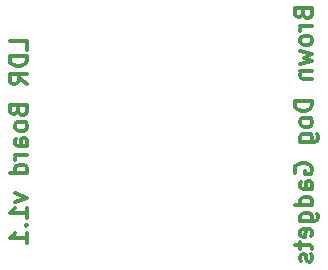
<source format=gbo>
%TF.GenerationSoftware,KiCad,Pcbnew,4.0.5-e0-6337~49~ubuntu16.04.1*%
%TF.CreationDate,2017-05-08T13:41:37-07:00*%
%TF.ProjectId,LDR-Board,4C44522D426F6172642E6B696361645F,1.0*%
%TF.FileFunction,Legend,Bot*%
%FSLAX46Y46*%
G04 Gerber Fmt 4.6, Leading zero omitted, Abs format (unit mm)*
G04 Created by KiCad (PCBNEW 4.0.5-e0-6337~49~ubuntu16.04.1) date Mon May  8 13:41:37 2017*
%MOMM*%
%LPD*%
G01*
G04 APERTURE LIST*
%ADD10C,0.350000*%
%ADD11C,0.300000*%
%ADD12R,2.184400X2.184400*%
%ADD13O,2.184400X2.184400*%
%ADD14C,2.184400*%
G04 APERTURE END LIST*
D10*
D11*
X31007857Y-53920714D02*
X31079286Y-54135000D01*
X31150714Y-54206428D01*
X31293571Y-54277857D01*
X31507857Y-54277857D01*
X31650714Y-54206428D01*
X31722143Y-54135000D01*
X31793571Y-53992142D01*
X31793571Y-53420714D01*
X30293571Y-53420714D01*
X30293571Y-53920714D01*
X30365000Y-54063571D01*
X30436429Y-54135000D01*
X30579286Y-54206428D01*
X30722143Y-54206428D01*
X30865000Y-54135000D01*
X30936429Y-54063571D01*
X31007857Y-53920714D01*
X31007857Y-53420714D01*
X31793571Y-54920714D02*
X30793571Y-54920714D01*
X31079286Y-54920714D02*
X30936429Y-54992142D01*
X30865000Y-55063571D01*
X30793571Y-55206428D01*
X30793571Y-55349285D01*
X31793571Y-56063571D02*
X31722143Y-55920713D01*
X31650714Y-55849285D01*
X31507857Y-55777856D01*
X31079286Y-55777856D01*
X30936429Y-55849285D01*
X30865000Y-55920713D01*
X30793571Y-56063571D01*
X30793571Y-56277856D01*
X30865000Y-56420713D01*
X30936429Y-56492142D01*
X31079286Y-56563571D01*
X31507857Y-56563571D01*
X31650714Y-56492142D01*
X31722143Y-56420713D01*
X31793571Y-56277856D01*
X31793571Y-56063571D01*
X30793571Y-57063571D02*
X31793571Y-57349285D01*
X31079286Y-57634999D01*
X31793571Y-57920714D01*
X30793571Y-58206428D01*
X30793571Y-58777857D02*
X31793571Y-58777857D01*
X30936429Y-58777857D02*
X30865000Y-58849285D01*
X30793571Y-58992143D01*
X30793571Y-59206428D01*
X30865000Y-59349285D01*
X31007857Y-59420714D01*
X31793571Y-59420714D01*
X31793571Y-61277857D02*
X30293571Y-61277857D01*
X30293571Y-61635000D01*
X30365000Y-61849285D01*
X30507857Y-61992143D01*
X30650714Y-62063571D01*
X30936429Y-62135000D01*
X31150714Y-62135000D01*
X31436429Y-62063571D01*
X31579286Y-61992143D01*
X31722143Y-61849285D01*
X31793571Y-61635000D01*
X31793571Y-61277857D01*
X31793571Y-62992143D02*
X31722143Y-62849285D01*
X31650714Y-62777857D01*
X31507857Y-62706428D01*
X31079286Y-62706428D01*
X30936429Y-62777857D01*
X30865000Y-62849285D01*
X30793571Y-62992143D01*
X30793571Y-63206428D01*
X30865000Y-63349285D01*
X30936429Y-63420714D01*
X31079286Y-63492143D01*
X31507857Y-63492143D01*
X31650714Y-63420714D01*
X31722143Y-63349285D01*
X31793571Y-63206428D01*
X31793571Y-62992143D01*
X30793571Y-64777857D02*
X32007857Y-64777857D01*
X32150714Y-64706428D01*
X32222143Y-64635000D01*
X32293571Y-64492143D01*
X32293571Y-64277857D01*
X32222143Y-64135000D01*
X31722143Y-64777857D02*
X31793571Y-64635000D01*
X31793571Y-64349286D01*
X31722143Y-64206428D01*
X31650714Y-64135000D01*
X31507857Y-64063571D01*
X31079286Y-64063571D01*
X30936429Y-64135000D01*
X30865000Y-64206428D01*
X30793571Y-64349286D01*
X30793571Y-64635000D01*
X30865000Y-64777857D01*
X30365000Y-67420714D02*
X30293571Y-67277857D01*
X30293571Y-67063571D01*
X30365000Y-66849286D01*
X30507857Y-66706428D01*
X30650714Y-66635000D01*
X30936429Y-66563571D01*
X31150714Y-66563571D01*
X31436429Y-66635000D01*
X31579286Y-66706428D01*
X31722143Y-66849286D01*
X31793571Y-67063571D01*
X31793571Y-67206428D01*
X31722143Y-67420714D01*
X31650714Y-67492143D01*
X31150714Y-67492143D01*
X31150714Y-67206428D01*
X31793571Y-68777857D02*
X31007857Y-68777857D01*
X30865000Y-68706428D01*
X30793571Y-68563571D01*
X30793571Y-68277857D01*
X30865000Y-68135000D01*
X31722143Y-68777857D02*
X31793571Y-68635000D01*
X31793571Y-68277857D01*
X31722143Y-68135000D01*
X31579286Y-68063571D01*
X31436429Y-68063571D01*
X31293571Y-68135000D01*
X31222143Y-68277857D01*
X31222143Y-68635000D01*
X31150714Y-68777857D01*
X31793571Y-70135000D02*
X30293571Y-70135000D01*
X31722143Y-70135000D02*
X31793571Y-69992143D01*
X31793571Y-69706429D01*
X31722143Y-69563571D01*
X31650714Y-69492143D01*
X31507857Y-69420714D01*
X31079286Y-69420714D01*
X30936429Y-69492143D01*
X30865000Y-69563571D01*
X30793571Y-69706429D01*
X30793571Y-69992143D01*
X30865000Y-70135000D01*
X30793571Y-71492143D02*
X32007857Y-71492143D01*
X32150714Y-71420714D01*
X32222143Y-71349286D01*
X32293571Y-71206429D01*
X32293571Y-70992143D01*
X32222143Y-70849286D01*
X31722143Y-71492143D02*
X31793571Y-71349286D01*
X31793571Y-71063572D01*
X31722143Y-70920714D01*
X31650714Y-70849286D01*
X31507857Y-70777857D01*
X31079286Y-70777857D01*
X30936429Y-70849286D01*
X30865000Y-70920714D01*
X30793571Y-71063572D01*
X30793571Y-71349286D01*
X30865000Y-71492143D01*
X31722143Y-72777857D02*
X31793571Y-72635000D01*
X31793571Y-72349286D01*
X31722143Y-72206429D01*
X31579286Y-72135000D01*
X31007857Y-72135000D01*
X30865000Y-72206429D01*
X30793571Y-72349286D01*
X30793571Y-72635000D01*
X30865000Y-72777857D01*
X31007857Y-72849286D01*
X31150714Y-72849286D01*
X31293571Y-72135000D01*
X30793571Y-73277857D02*
X30793571Y-73849286D01*
X30293571Y-73492143D02*
X31579286Y-73492143D01*
X31722143Y-73563571D01*
X31793571Y-73706429D01*
X31793571Y-73849286D01*
X31722143Y-74277857D02*
X31793571Y-74420714D01*
X31793571Y-74706429D01*
X31722143Y-74849286D01*
X31579286Y-74920714D01*
X31507857Y-74920714D01*
X31365000Y-74849286D01*
X31293571Y-74706429D01*
X31293571Y-74492143D01*
X31222143Y-74349286D01*
X31079286Y-74277857D01*
X31007857Y-74277857D01*
X30865000Y-74349286D01*
X30793571Y-74492143D01*
X30793571Y-74706429D01*
X30865000Y-74849286D01*
X7663571Y-56984287D02*
X7663571Y-56270001D01*
X6163571Y-56270001D01*
X7663571Y-57484287D02*
X6163571Y-57484287D01*
X6163571Y-57841430D01*
X6235000Y-58055715D01*
X6377857Y-58198573D01*
X6520714Y-58270001D01*
X6806429Y-58341430D01*
X7020714Y-58341430D01*
X7306429Y-58270001D01*
X7449286Y-58198573D01*
X7592143Y-58055715D01*
X7663571Y-57841430D01*
X7663571Y-57484287D01*
X7663571Y-59841430D02*
X6949286Y-59341430D01*
X7663571Y-58984287D02*
X6163571Y-58984287D01*
X6163571Y-59555715D01*
X6235000Y-59698573D01*
X6306429Y-59770001D01*
X6449286Y-59841430D01*
X6663571Y-59841430D01*
X6806429Y-59770001D01*
X6877857Y-59698573D01*
X6949286Y-59555715D01*
X6949286Y-58984287D01*
X6877857Y-62127144D02*
X6949286Y-62341430D01*
X7020714Y-62412858D01*
X7163571Y-62484287D01*
X7377857Y-62484287D01*
X7520714Y-62412858D01*
X7592143Y-62341430D01*
X7663571Y-62198572D01*
X7663571Y-61627144D01*
X6163571Y-61627144D01*
X6163571Y-62127144D01*
X6235000Y-62270001D01*
X6306429Y-62341430D01*
X6449286Y-62412858D01*
X6592143Y-62412858D01*
X6735000Y-62341430D01*
X6806429Y-62270001D01*
X6877857Y-62127144D01*
X6877857Y-61627144D01*
X7663571Y-63341430D02*
X7592143Y-63198572D01*
X7520714Y-63127144D01*
X7377857Y-63055715D01*
X6949286Y-63055715D01*
X6806429Y-63127144D01*
X6735000Y-63198572D01*
X6663571Y-63341430D01*
X6663571Y-63555715D01*
X6735000Y-63698572D01*
X6806429Y-63770001D01*
X6949286Y-63841430D01*
X7377857Y-63841430D01*
X7520714Y-63770001D01*
X7592143Y-63698572D01*
X7663571Y-63555715D01*
X7663571Y-63341430D01*
X7663571Y-65127144D02*
X6877857Y-65127144D01*
X6735000Y-65055715D01*
X6663571Y-64912858D01*
X6663571Y-64627144D01*
X6735000Y-64484287D01*
X7592143Y-65127144D02*
X7663571Y-64984287D01*
X7663571Y-64627144D01*
X7592143Y-64484287D01*
X7449286Y-64412858D01*
X7306429Y-64412858D01*
X7163571Y-64484287D01*
X7092143Y-64627144D01*
X7092143Y-64984287D01*
X7020714Y-65127144D01*
X7663571Y-65841430D02*
X6663571Y-65841430D01*
X6949286Y-65841430D02*
X6806429Y-65912858D01*
X6735000Y-65984287D01*
X6663571Y-66127144D01*
X6663571Y-66270001D01*
X7663571Y-67412858D02*
X6163571Y-67412858D01*
X7592143Y-67412858D02*
X7663571Y-67270001D01*
X7663571Y-66984287D01*
X7592143Y-66841429D01*
X7520714Y-66770001D01*
X7377857Y-66698572D01*
X6949286Y-66698572D01*
X6806429Y-66770001D01*
X6735000Y-66841429D01*
X6663571Y-66984287D01*
X6663571Y-67270001D01*
X6735000Y-67412858D01*
X6663571Y-69127144D02*
X7663571Y-69484287D01*
X6663571Y-69841429D01*
X7663571Y-71198572D02*
X7663571Y-70341429D01*
X7663571Y-70770001D02*
X6163571Y-70770001D01*
X6377857Y-70627144D01*
X6520714Y-70484286D01*
X6592143Y-70341429D01*
X7520714Y-71841429D02*
X7592143Y-71912857D01*
X7663571Y-71841429D01*
X7592143Y-71770000D01*
X7520714Y-71841429D01*
X7663571Y-71841429D01*
X7663571Y-73341429D02*
X7663571Y-72484286D01*
X7663571Y-72912858D02*
X6163571Y-72912858D01*
X6377857Y-72770001D01*
X6520714Y-72627143D01*
X6592143Y-72484286D01*
%LPC*%
D12*
X25019000Y-83566000D03*
D13*
X22479000Y-83566000D03*
X19939000Y-83566000D03*
X17399000Y-83566000D03*
X14859000Y-83566000D03*
D14*
X11754981Y-59989073D03*
D13*
X14294981Y-59989073D03*
D14*
X26994981Y-72689073D03*
D13*
X24454981Y-72689073D03*
D14*
X14294981Y-72689073D03*
D13*
X11754981Y-72689073D03*
D14*
X26994981Y-59989073D03*
D13*
X24454981Y-59989073D03*
M02*

</source>
